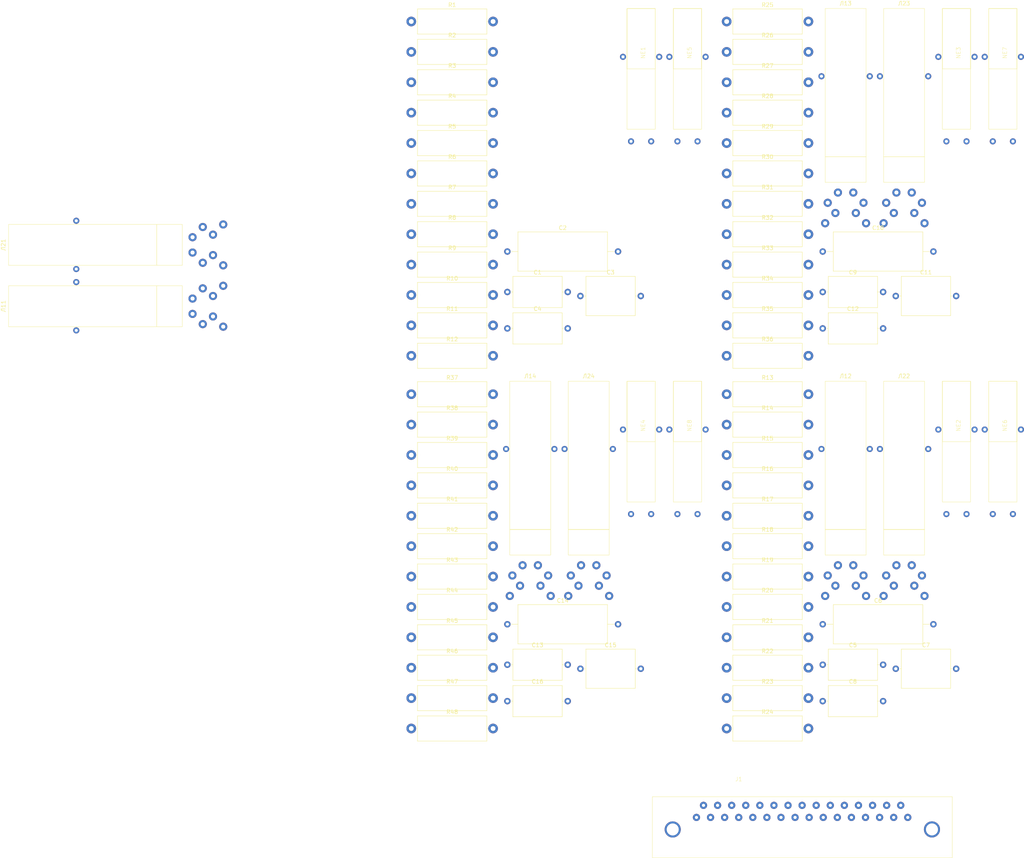
<source format=kicad_pcb>
(kicad_pcb (version 20221018) (generator pcbnew)
  (layers (0 "F.Cu" signal) (31 "B.Cu" signal) (34 "B.Paste" user) (35 "F.Paste" user) (36 "B.SilkS" user "B.Silkscreen") (37 "F.SilkS" user "F.Silkscreen") (38 "B.Mask" user) (39 "F.Mask" user) (44 "Edge.Cuts" user))
  (net 0 "")
  (net 1 "Net-(Л11B-A)")
  (net 2 "Net-(Л21A-G)")
  (net 3 "Net-(Л21A-K)")
  (net 4 "/K2-WJ/GND")
  (net 5 "Net-(Л21A-A)")
  (net 6 "Net-(Л21B-G)")
  (net 7 "Net-(C4-Pad1)")
  (net 8 "/K2-WJ/OUT")
  (net 9 "Net-(Л12B-A)")
  (net 10 "Net-(Л22A-G)")
  (net 11 "Net-(Л22A-K)")
  (net 12 "Net-(Л22A-A)")
  (net 13 "Net-(Л22B-G)")
  (net 14 "Net-(C8-Pad1)")
  (net 15 "/K2-WJ1/OUT")
  (net 16 "Net-(Л13B-A)")
  (net 17 "Net-(Л23A-G)")
  (net 18 "Net-(Л23A-K)")
  (net 19 "Net-(Л23A-A)")
  (net 20 "Net-(Л23B-G)")
  (net 21 "Net-(C12-Pad1)")
  (net 22 "/K2-WJ2/OUT")
  (net 23 "Net-(Л14B-A)")
  (net 24 "Net-(Л24A-G)")
  (net 25 "Net-(Л24A-K)")
  (net 26 "Net-(Л24A-A)")
  (net 27 "Net-(Л24B-G)")
  (net 28 "Net-(C16-Pad1)")
  (net 29 "/K2-WJ3/OUT")
  (net 30 "/K2-WJ/F2")
  (net 31 "/K2-WJ/+300V")
  (net 32 "/K2-WJ/NEG_IN")
  (net 33 "/K2-WJ/POS_IN")
  (net 34 "/K2-WJ1/NEG_IN")
  (net 35 "/K2-WJ1/POS_IN")
  (net 43 "/K2-WJ3/NEG_IN")
  (net 44 "/K2-WJ3/POS_IN")
  (net 45 "/K2-WJ2/NEG_IN")
  (net 46 "/K2-WJ2/POS_IN")
  (net 47 "/K2-WJ/-300V")
  (net 48 "/K2-WJ/F1")
  (net 49 "Net-(NE1-Pad1)")
  (net 50 "Net-(NE1-Pad2)")
  (net 51 "Net-(NE2-Pad1)")
  (net 52 "Net-(NE2-Pad2)")
  (net 53 "Net-(NE3-Pad1)")
  (net 54 "Net-(NE3-Pad2)")
  (net 55 "Net-(NE4-Pad1)")
  (net 56 "Net-(NE4-Pad2)")
  (net 57 "Net-(Л11A-K)")
  (net 58 "Net-(Л12A-K)")
  (net 59 "Net-(Л13A-K)")
  (net 60 "Net-(Л14A-K)")
  (footprint "valves:6N16B" (layer "F.Cu") (at 142.717 149.445)
    (fp_text reference "Л12" (at 0 -38.1) (layer "F.SilkS"))
    (fp_text value "6Н16Б")
    (pad "1" thru_hole circle (at 2.54 13.97) (size 2.03 2.03) (drill 1.02) (layers "*.Cu" "*.Mask") (net 31 "/K2-WJ/+300V"))
    (pad "2" thru_hole circle (at 1.905 8.89) (size 2.03 2.03) (drill 1.02) (layers "*.Cu" "*.Mask") (net 58 "Net-(Л12A-K)"))
    (pad "3" thru_hole circle (at 4.445 11.43) (size 2.03 2.03) (drill 1.02) (layers "*.Cu" "*.Mask") (net 34 "/K2-WJ1/NEG_IN"))
    (pad "4" thru_hole circle (at 5.08 16.51) (size 2.03 2.03) (drill 1.02) (layers "*.Cu" "*.Mask") (net 30 "/K2-WJ/F2"))
    (pad "5" thru_hole circle (at -2.54 13.97) (size 2.03 2.03) (drill 1.02) (layers "*.Cu" "*.Mask") (net 9 "Net-(Л12B-A)"))
    (pad "6" thru_hole circle (at -1.905 8.89) (size 2.03 2.03) (drill 1.02) (layers "*.Cu" "*.Mask") (net 58 "Net-(Л12A-K)"))
    (pad "7" thru_hole circle (at -4.445 11.43) (size 2.03 2.03) (drill 1.02) (layers "*.Cu" "*.Mask") (net 35 "/K2-WJ1/POS_IN"))
    (pad "8" thru_hole circle (at -5.08 16.51) (size 2.03 2.03) (drill 1.02) (layers "*.Cu" "*.Mask") (net 48 "/K2-WJ/F1"))
    (pad "9" thru_hole circle (at -6 -20) (size 1.524 1.524) (drill 0.762) (layers "*.Cu" "*.Mask"))
    (pad "10" thru_hole circle (at 6 -20) (size 1.524 1.524) (drill 0.762) (layers "*.Cu" "*.Mask"))
  )
  (footprint "Capacitor_THT:C_Axial_L12.0mm_D7.5mm_P15.00mm_Horizontal" (layer "F.Cu") (at 137.03 183.04)
    (fp_text reference "C5" (at 7.5 -4.87) (layer "F.SilkS"))
    (fp_text value "5pF")
    (pad "1" thru_hole circle (at 0 0) (size 1.6 1.6) (drill 0.8) (layers "*.Cu" "*.Mask") (net 9 "Net-(Л12B-A)"))
    (pad "2" thru_hole oval (at 15 0) (size 1.6 1.6) (drill 0.8) (layers "*.Cu" "*.Mask") (net 10 "Net-(Л22A-G)"))
  )
  (footprint "valves:6N16B" (layer "F.Cu") (at 157.241 56.845)
    (fp_text reference "Л23" (at 0 -38.1) (layer "F.SilkS"))
    (fp_text value "6Н16Б")
    (pad "1" thru_hole circle (at 2.54 13.97) (size 2.03 2.03) (drill 1.02) (layers "*.Cu" "*.Mask") (net 19 "Net-(Л23A-A)"))
    (pad "2" thru_hole circle (at 1.905 8.89) (size 2.03 2.03) (drill 1.02) (layers "*.Cu" "*.Mask") (net 22 "/K2-WJ2/OUT"))
    (pad "3" thru_hole circle (at 4.445 11.43) (size 2.03 2.03) (drill 1.02) (layers "*.Cu" "*.Mask") (net 20 "Net-(Л23B-G)"))
    (pad "4" thru_hole circle (at 5.08 16.51) (size 2.03 2.03) (drill 1.02) (layers "*.Cu" "*.Mask") (net 30 "/K2-WJ/F2"))
    (pad "5" thru_hole circle (at -2.54 13.97) (size 2.03 2.03) (drill 1.02) (layers "*.Cu" "*.Mask") (net 31 "/K2-WJ/+300V"))
    (pad "6" thru_hole circle (at -1.905 8.89) (size 2.03 2.03) (drill 1.02) (layers "*.Cu" "*.Mask") (net 18 "Net-(Л23A-K)"))
    (pad "7" thru_hole circle (at -4.445 11.43) (size 2.03 2.03) (drill 1.02) (layers "*.Cu" "*.Mask") (net 17 "Net-(Л23A-G)"))
    (pad "8" thru_hole circle (at -5.08 16.51) (size 2.03 2.03) (drill 1.02) (layers "*.Cu" "*.Mask") (net 48 "/K2-WJ/F1"))
    (pad "9" thru_hole circle (at -6 -20) (size 1.524 1.524) (drill 0.762) (layers "*.Cu" "*.Mask"))
    (pad "10" thru_hole circle (at 6 -20) (size 1.524 1.524) (drill 0.762) (layers "*.Cu" "*.Mask"))
  )
  (footprint "Resistor_THT:R_Axial_DIN0617_L17.0mm_D6.0mm_P20.32mm_Horizontal" (layer "F.Cu") (at 113.16 183.79)
    (fp_text reference "R22" (at 10.16 -4.12) (layer "F.SilkS"))
    (fp_text value "200k")
    (pad "1" thru_hole circle (at 0 0) (size 2.4 2.4) (drill 1.2) (layers "*.Cu" "*.Mask") (net 11 "Net-(Л22A-K)"))
    (pad "2" thru_hole oval (at 20.32 0) (size 2.4 2.4) (drill 1.2) (layers "*.Cu" "*.Mask") (net 15 "/K2-WJ1/OUT"))
  )
  (footprint "valves:6N16B" (layer "F.Cu") (at 157.241 149.445)
    (fp_text reference "Л22" (at 0 -38.1) (layer "F.SilkS"))
    (fp_text value "6Н16Б")
    (pad "1" thru_hole circle (at 2.54 13.97) (size 2.03 2.03) (drill 1.02) (layers "*.Cu" "*.Mask") (net 12 "Net-(Л22A-A)"))
    (pad "2" thru_hole circle (at 1.905 8.89) (size 2.03 2.03) (drill 1.02) (layers "*.Cu" "*.Mask") (net 15 "/K2-WJ1/OUT"))
    (pad "3" thru_hole circle (at 4.445 11.43) (size 2.03 2.03) (drill 1.02) (layers "*.Cu" "*.Mask") (net 13 "Net-(Л22B-G)"))
    (pad "4" thru_hole circle (at 5.08 16.51) (size 2.03 2.03) (drill 1.02) (layers "*.Cu" "*.Mask") (net 30 "/K2-WJ/F2"))
    (pad "5" thru_hole circle (at -2.54 13.97) (size 2.03 2.03) (drill 1.02) (layers "*.Cu" "*.Mask") (net 31 "/K2-WJ/+300V"))
    (pad "6" thru_hole circle (at -1.905 8.89) (size 2.03 2.03) (drill 1.02) (layers "*.Cu" "*.Mask") (net 11 "Net-(Л22A-K)"))
    (pad "7" thru_hole circle (at -4.445 11.43) (size 2.03 2.03) (drill 1.02) (layers "*.Cu" "*.Mask") (net 10 "Net-(Л22A-G)"))
    (pad "8" thru_hole circle (at -5.08 16.51) (size 2.03 2.03) (drill 1.02) (layers "*.Cu" "*.Mask") (net 48 "/K2-WJ/F1"))
    (pad "9" thru_hole circle (at -6 -20) (size 1.524 1.524) (drill 0.762) (layers "*.Cu" "*.Mask"))
    (pad "10" thru_hole circle (at 6 -20) (size 1.524 1.524) (drill 0.762) (layers "*.Cu" "*.Mask"))
  )
  (footprint "valves:ИНС-1" (layer "F.Cu") (at 169.757 144.615)
    (fp_text reference "NE2" (at 1 -21 90 unlocked) (layer "F.SilkS") (effects (font (thickness 0.1))))
    (fp_text value "ИНС-1")
    (pad "1" thru_hole circle (at 3 1) (size 1.524 1.524) (drill 0.762) (layers "*.Cu" "*.Mask") (net 51 "Net-(NE2-Pad1)"))
    (pad "2" thru_hole circle (at -2 1) (size 1.524 1.524) (drill 0.762) (layers "*.Cu" "*.Mask") (net 52 "Net-(NE2-Pad2)"))
    (pad "3" thru_hole circle (at -4 -20) (size 1.524 1.524) (drill 0.762) (layers "*.Cu" "*.Mask"))
    (pad "4" thru_hole circle (at 5 -20) (size 1.524 1.524) (drill 0.762) (layers "*.Cu" "*.Mask"))
  )
  (footprint "Resistor_THT:R_Axial_DIN0617_L17.0mm_D6.0mm_P20.32mm_Horizontal" (layer "F.Cu") (at 113.16 38.34)
    (fp_text reference "R27" (at 10.16 -4.12) (layer "F.SilkS"))
    (fp_text value "1M")
    (pad "1" thru_hole circle (at 0 0) (size 2.4 2.4) (drill 1.2) (layers "*.Cu" "*.Mask") (net 16 "Net-(Л13B-A)"))
    (pad "2" thru_hole oval (at 20.32 0) (size 2.4 2.4) (drill 1.2) (layers "*.Cu" "*.Mask") (net 17 "Net-(Л23A-G)"))
  )
  (footprint "valves:ИНС-1" (layer "F.Cu") (at 102.931 144.615)
    (fp_text reference "NE8" (at 1 -21 90 unlocked) (layer "F.SilkS") (effects (font (thickness 0.1))))
    (fp_text value "ИНС-1")
    (pad "1" thru_hole circle (at 3 1) (size 1.524 1.524) (drill 0.762) (layers "*.Cu" "*.Mask") (net 26 "Net-(Л24A-A)"))
    (pad "2" thru_hole circle (at -2 1) (size 1.524 1.524) (drill 0.762) (layers "*.Cu" "*.Mask") (net 56 "Net-(NE4-Pad2)"))
    (pad "3" thru_hole circle (at -4 -20) (size 1.524 1.524) (drill 0.762) (layers "*.Cu" "*.Mask"))
    (pad "4" thru_hole circle (at 5 -20) (size 1.524 1.524) (drill 0.762) (layers "*.Cu" "*.Mask"))
  )
  (footprint "Resistor_THT:R_Axial_DIN0617_L17.0mm_D6.0mm_P20.32mm_Horizontal" (layer "F.Cu") (at 34.81 30.79)
    (fp_text reference "R2" (at 10.16 -4.12) (layer "F.SilkS"))
    (fp_text value "470k")
    (pad "1" thru_hole circle (at 0 0) (size 2.4 2.4) (drill 1.2) (layers "*.Cu" "*.Mask") (net 31 "/K2-WJ/+300V"))
    (pad "2" thru_hole oval (at 20.32 0) (size 2.4 2.4) (drill 1.2) (layers "*.Cu" "*.Mask") (net 1 "Net-(Л11B-A)"))
  )
  (footprint "Resistor_THT:R_Axial_DIN0617_L17.0mm_D6.0mm_P20.32mm_Horizontal" (layer "F.Cu") (at 113.16 176.24)
    (fp_text reference "R21" (at 10.16 -4.12) (layer "F.SilkS"))
    (fp_text value "1M")
    (pad "1" thru_hole circle (at 0 0) (size 2.4 2.4) (drill 1.2) (layers "*.Cu" "*.Mask") (net 51 "Net-(NE2-Pad1)"))
    (pad "2" thru_hole oval (at 20.32 0) (size 2.4 2.4) (drill 1.2) (layers "*.Cu" "*.Mask") (net 13 "Net-(Л22B-G)"))
  )
  (footprint "valves:ИНС-1" (layer "F.Cu") (at 91.407 144.615)
    (fp_text reference "NE4" (at 1 -21 90 unlocked) (layer "F.SilkS") (effects (font (thickness 0.1))))
    (fp_text value "ИНС-1")
    (pad "1" thru_hole circle (at 3 1) (size 1.524 1.524) (drill 0.762) (layers "*.Cu" "*.Mask") (net 55 "Net-(NE4-Pad1)"))
    (pad "2" thru_hole circle (at -2 1) (size 1.524 1.524) (drill 0.762) (layers "*.Cu" "*.Mask") (net 56 "Net-(NE4-Pad2)"))
    (pad "3" thru_hole circle (at -4 -20) (size 1.524 1.524) (drill 0.762) (layers "*.Cu" "*.Mask"))
    (pad "4" thru_hole circle (at 5 -20) (size 1.524 1.524) (drill 0.762) (layers "*.Cu" "*.Mask"))
  )
  (footprint "Resistor_THT:R_Axial_DIN0617_L17.0mm_D6.0mm_P20.32mm_Horizontal" (layer "F.Cu") (at 34.81 130.94)
    (fp_text reference "R39" (at 10.16 -4.12) (layer "F.SilkS"))
    (fp_text value "1M")
    (pad "1" thru_hole circle (at 0 0) (size 2.4 2.4) (drill 1.2) (layers "*.Cu" "*.Mask") (net 23 "Net-(Л14B-A)"))
    (pad "2" thru_hole oval (at 20.32 0) (size 2.4 2.4) (drill 1.2) (layers "*.Cu" "*.Mask") (net 24 "Net-(Л24A-G)"))
  )
  (footprint "Resistor_THT:R_Axial_DIN0617_L17.0mm_D6.0mm_P20.32mm_Horizontal" (layer "F.Cu") (at 113.16 106.29)
    (fp_text reference "R36" (at 10.16 -4.12) (layer "F.SilkS"))
    (fp_text value "220k")
    (pad "1" thru_hole circle (at 0 0) (size 2.4 2.4) (drill 1.2) (layers "*.Cu" "*.Mask") (net 22 "/K2-WJ2/OUT"))
    (pad "2" thru_hole oval (at 20.32 0) (size 2.4 2.4) (drill 1.2) (layers "*.Cu" "*.Mask") (net 47 "/K2-WJ/-300V"))
  )
  (footprint "Resistor_THT:R_Axial_DIN0617_L17.0mm_D6.0mm_P20.32mm_Horizontal" (layer "F.Cu") (at 34.81 60.99)
    (fp_text reference "R6" (at 10.16 -4.12) (layer "F.SilkS"))
    (fp_text value "470k")
    (pad "1" thru_hole circle (at 0 0) (size 2.4 2.4) (drill 1.2) (layers "*.Cu" "*.Mask") (net 31 "/K2-WJ/+300V"))
    (pad "2" thru_hole oval (at 20.32 0) (size 2.4 2.4) (drill 1.2) (layers "*.Cu" "*.Mask") (net 5 "Net-(Л21A-A)"))
  )
  (footprint "Resistor_THT:R_Axial_DIN0617_L17.0mm_D6.0mm_P20.32mm_Horizontal" (layer "F.Cu") (at 34.81 23.24)
    (fp_text reference "R1" (at 10.16 -4.12) (layer "F.SilkS"))
    (fp_text value "470k")
    (pad "1" thru_hole circle (at 0 0) (size 2.4 2.4) (drill 1.2) (layers "*.Cu" "*.Mask") (net 57 "Net-(Л11A-K)"))
    (pad "2" thru_hole oval (at 20.32 0) (size 2.4 2.4) (drill 1.2) (layers "*.Cu" "*.Mask") (net 47 "/K2-WJ/-300V"))
  )
  (footprint "Capacitor_THT:C_Axial_L22.0mm_D9.5mm_P27.50mm_Horizontal" (layer "F.Cu") (at 137.03 80.39)
    (fp_text reference "C10" (at 13.75 -5.87) (layer "F.SilkS"))
    (fp_text value "500pF")
    (pad "1" thru_hole circle (at 0 0) (size 1.6 1.6) (drill 0.8) (layers "*.Cu" "*.Mask") (net 18 "Net-(Л23A-K)"))
    (pad "2" thru_hole oval (at 27.5 0) (size 1.6 1.6) (drill 0.8) (layers "*.Cu" "*.Mask") (net 4 "/K2-WJ/GND"))
  )
  (footprint "Capacitor_THT:C_Axial_L12.0mm_D7.5mm_P15.00mm_Horizontal" (layer "F.Cu") (at 58.68 192.09)
    (fp_text reference "C16" (at 7.5 -4.87) (layer "F.SilkS"))
    (fp_text value "10pF")
    (pad "1" thru_hole circle (at 0 0) (size 1.6 1.6) (drill 0.8) (layers "*.Cu" "*.Mask") (net 28 "Net-(C16-Pad1)"))
    (pad "2" thru_hole oval (at 15 0) (size 1.6 1.6) (drill 0.8) (layers "*.Cu" "*.Mask") (net 29 "/K2-WJ3/OUT"))
  )
  (footprint "Resistor_THT:R_Axial_DIN0617_L17.0mm_D6.0mm_P20.32mm_Horizontal" (layer "F.Cu") (at 113.16 168.69)
    (fp_text reference "R20" (at 10.16 -4.12) (layer "F.SilkS"))
    (fp_text value "2.2M")
    (pad "1" thru_hole circle (at 0 0) (size 2.4 2.4) (drill 1.2) (layers "*.Cu" "*.Mask") (net 51 "Net-(NE2-Pad1)"))
    (pad "2" thru_hole oval (at 20.32 0) (size 2.4 2.4) (drill 1.2) (layers "*.Cu" "*.Mask") (net 47 "/K2-WJ/-300V"))
  )
  (footprint "Resistor_THT:R_Axial_DIN0617_L17.0mm_D6.0mm_P20.32mm_Horizontal" (layer "F.Cu") (at 113.16 115.84)
    (fp_text reference "R13" (at 10.16 -4.12) (layer "F.SilkS"))
    (fp_text value "470k")
    (pad "1" thru_hole circle (at 0 0) (size 2.4 2.4) (drill 1.2) (layers "*.Cu" "*.Mask") (net 58 "Net-(Л12A-K)"))
    (pad "2" thru_hole oval (at 20.32 0) (size 2.4 2.4) (drill 1.2) (layers "*.Cu" "*.Mask") (net 47 "/K2-WJ/-300V"))
  )
  (footprint "Resistor_THT:R_Axial_DIN0617_L17.0mm_D6.0mm_P20.32mm_Horizontal" (layer "F.Cu") (at 34.81 168.69)
    (fp_text reference "R44" (at 10.16 -4.12) (layer "F.SilkS"))
    (fp_text value "2.2M")
    (pad "1" thru_hole circle (at 0 0) (size 2.4 2.4) (drill 1.2) (layers "*.Cu" "*.Mask") (net 55 "Net-(NE4-Pad1)"))
    (pad "2" thru_hole oval (at 20.32 0) (size 2.4 2.4) (drill 1.2) (layers "*.Cu" "*.Mask") (net 47 "/K2-WJ/-300V"))
  )
  (footprint "Resistor_THT:R_Axial_DIN0617_L17.0mm_D6.0mm_P20.32mm_Horizontal" (layer "F.Cu") (at 34.81 146.04)
    (fp_text reference "R41" (at 10.16 -4.12) (layer "F.SilkS"))
    (fp_text value "10k")
    (pad "1" thru_hole circle (at 0 0) (size 2.4 2.4) (drill 1.2) (layers "*.Cu" "*.Mask") (net 25 "Net-(Л24A-K)"))
    (pad "2" thru_hole oval (at 20.32 0) (size 2.4 2.4) (drill 1.2) (layers "*.Cu" "*.Mask") (net 4 "/K2-WJ/GND"))
  )
  (footprint "valves:6N16B" (layer "F.Cu") (at 142.717 56.845)
    (fp_text reference "Л13" (at 0 -38.1) (layer "F.SilkS"))
    (fp_text value "6Н16Б")
    (pad "1" thru_hole circle (at 2.54 13.97) (size 2.03 2.03) (drill 1.02) (layers "*.Cu" "*.Mask") (net 31 "/K2-WJ/+300V"))
    (pad "2" thru_hole circle (at 1.905 8.89) (size 2.03 2.03) (drill 1.02) (layers "*.Cu" "*.Mask") (net 59 "Net-(Л13A-K)"))
    (pad "3" thru_hole circle (at 4.445 11.43) (size 2.03 2.03) (drill 1.02) (layers "*.Cu" "*.Mask") (net 45 "/K2-WJ2/NEG_IN"))
    (pad "4" thru_hole circle (at 5.08 16.51) (size 2.03 2.03) (drill 1.02) (layers "*.Cu" "*.Mask") (net 30 "/K2-WJ/F2"))
    (pad "5" thru_hole circle (at -2.54 13.97) (size 2.03 2.03) (drill 1.02) (layers "*.Cu" "*.Mask") (net 16 "Net-(Л13B-A)"))
    (pad "6" thru_hole circle (at -1.905 8.89) (size 2.03 2.03) (drill 1.02) (layers "*.Cu" "*.Mask") (net 59 "Net-(Л13A-K)"))
    (pad "7" thru_hole circle (at -4.445 11.43) (size 2.03 2.03) (drill 1.02) (layers "*.Cu" "*.Mask") (net 46 "/K2-WJ2/POS_IN"))
    (pad "8" thru_hole circle (at -5.08 16.51) (size 2.03 2.03) (drill 1.02) (layers "*.Cu" "*.Mask") (net 48 "/K2-WJ/F1"))
    (pad "9" thru_hole circle (at -6 -20) (size 1.524 1.524) (drill 0.762) (layers "*.Cu" "*.Mask"))
    (pad "10" thru_hole circle (at 6 -20) (size 1.524 1.524) (drill 0.762) (layers "*.Cu" "*.Mask"))
  )
  (footprint "Resistor_THT:R_Axial_DIN0617_L17.0mm_D6.0mm_P20.32mm_Horizontal" (layer "F.Cu") (at 113.16 23.24)
    (fp_text reference "R25" (at 10.16 -4.12) (layer "F.SilkS"))
    (fp_text value "470k")
    (pad "1" thru_hole circle (at 0 0) (size 2.4 2.4) (drill 1.2) (layers "*.Cu" "*.Mask") (net 59 "Net-(Л13A-K)"))
    (pad "2" thru_hole oval (at 20.32 0) (size 2.4 2.4) (drill 1.2) (layers "*.Cu" "*.Mask") (net 47 "/K2-WJ/-300V"))
  )
  (footprint "Resistor_THT:R_Axial_DIN0617_L17.0mm_D6.0mm_P20.32mm_Horizontal" (layer "F.Cu") (at 34.81 138.49)
    (fp_text reference "R40" (at 10.16 -4.12) (layer "F.SilkS"))
    (fp_text value "2.4M")
    (pad "1" thru_hole circle (at 0 0) (size 2.4 2.4) (drill 1.2) (layers "*.Cu" "*.Mask") (net 24 "Net-(Л24A-G)"))
    (pad "2" thru_hole oval (at 20.32 0) (size 2.4 2.4) (drill 1.2) (layers "*.Cu" "*.Mask") (net 47 "/K2-WJ/-300V"))
  )
  (footprint "Capacitor_THT:C_Axial_L12.0mm_D7.5mm_P15.00mm_Horizontal" (layer "F.Cu") (at 58.68 183.04)
    (fp_text reference "C13" (at 7.5 -4.87) (layer "F.SilkS"))
    (fp_text value "5pF")
    (pad "1" thru_hole circle (at 0 0) (size 1.6 1.6) (drill 0.8) (layers "*.Cu" "*.Mask") (net 23 "Net-(Л14B-A)"))
    (pad "2" thru_hole oval (at 15 0) (size 1.6 1.6) (drill 0.8) (layers "*.Cu" "*.Mask") (net 24 "Net-(Л24A-G)"))
  )
  (footprint "Resistor_THT:R_Axial_DIN0617_L17.0mm_D6.0mm_P20.32mm_Horizontal" (layer "F.Cu") (at 34.81 153.59)
    (fp_text reference "R42" (at 10.16 -4.12) (layer "F.SilkS"))
    (fp_text value "470k")
    (pad "1" thru_hole circle (at 0 0) (size 2.4 2.4) (drill 1.2) (layers "*.Cu" "*.Mask") (net 31 "/K2-WJ/+300V"))
    (pad "2" thru_hole oval (at 20.32 0) (size 2.4 2.4) (drill 1.2) (layers "*.Cu" "*.Mask") (net 26 "Net-(Л24A-A)"))
  )
  (footprint "Resistor_THT:R_Axial_DIN0617_L17.0mm_D6.0mm_P20.32mm_Horizontal" (layer "F.Cu") (at 113.16 91.19)
    (fp_text reference "R34" (at 10.16 -4.12) (layer "F.SilkS"))
    (fp_text value "200k")
    (pad "1" thru_hole circle (at 0 0) (size 2.4 2.4) (drill 1.2) (layers "*.Cu" "*.Mask") (net 18 "Net-(Л23A-K)"))
    (pad "2" thru_hole oval (at 20.32 0) (size 2.4 2.4) (drill 1.2) (layers "*.Cu" "*.Mask") (net 22 "/K2-WJ2/OUT"))
  )
  (footprint "Resistor_THT:R_Axial_DIN0617_L17.0mm_D6.0mm_P20.32mm_Horizontal" (layer "F.Cu") (at 113.16 153.59)
    (fp_text reference "R18" (at 10.16 -4.12) (layer "F.SilkS"))
    (fp_text value "470k")
    (pad "1" thru_hole circle (at 0 0) (size 2.4 2.4) (drill 1.2) (layers "*.Cu" "*.Mask") (net 31 "/K2-WJ/+300V"))
    (pad "2" thru_hole oval (at 20.32 0) (size 2.4 2.4) (drill 1.2) (layers "*.Cu" "*.Mask") (net 12 "Net-(Л22A-A)"))
  )
  (footprint "Resistor_THT:R_Axial_DIN0617_L17.0mm_D6.0mm_P20.32mm_Horizontal" (layer "F.Cu") (at 113.16 130.94)
    (fp_text reference "R15" (at 10.16 -4.12) (layer "F.SilkS"))
    (fp_text value "1M")
    (pad "1" thru_hole circle (at 0 0) (size 2.4 2.4) (drill 1.2) (layers "*.Cu" "*.Mask") (net 9 "Net-(Л12B-A)"))
    (pad "2" thru_hole oval (at 20.32 0) (size 2.4 2.4) (drill 1.2) (layers "*.Cu" "*.Mask") (net 10 "Net-(Л22A-G)"))
  )
  (footprint "Resistor_THT:R_Axial_DIN0617_L17.0mm_D6.0mm_P20.32mm_Horizontal" (layer "F.Cu") (at 34.81 53.44)
    (fp_text reference "R5" (at 10.16 -4.12) (layer "F.SilkS"))
    (fp_text value "10k")
    (pad "1" thru_hole circle (at 0 0) (size 2.4 2.4) (drill 1.2) (layers "*.Cu" "*.Mask") (net 3 "Net-(Л21A-K)"))
    (pad "2" thru_hole oval (at 20.32 0) (size 2.4 2.4) (drill 1.2) (layers "*.Cu" "*.Mask") (net 4 "/K2-WJ/GND"))
  )
  (footprint "Capacitor_THT:C_Axial_L12.0mm_D9.5mm_P15.00mm_Horizontal" (layer "F.Cu") (at 76.83 91.44)
    (fp_text reference "C3" (at 7.5 -5.87) (layer "F.SilkS"))
    (fp_text value "0.01uF 400V")
    (pad "1" thru_hole circle (at 0 0) (size 1.6 1.6) (drill 0.8) (layers "*.Cu" "*.Mask") (net 5 "Net-(Л21A-A)"))
    (pad "2" thru_hole oval (at 15 0) (size 1.6 1.6) (drill 0.8) (layers "*.Cu" "*.Mask") (net 6 "Net-(Л21B-G)"))
  )
  (footprint "Resistor_THT:R_Axial_DIN0617_L17.0mm_D6.0mm_P20.32mm_Horizontal" (layer "F.Cu") (at 113.16 60.99)
    (fp_text reference "R30" (at 10.16 -4.12) (layer "F.SilkS"))
    (fp_text value "470k")
    (pad "1" thru_hole circle (at 0 0) (size 2.4 2.4) (drill 1.2) (layers "*.Cu" "*.Mask") (net 31 "/K2-WJ/+300V"))
    (pad "2" thru_hole oval (at 20.32 0) (size 2.4 2.4) (drill 1.2) (layers "*.Cu" "*.Mask") (net 19 "Net-(Л23A-A)"))
  )
  (footprint "Resistor_THT:R_Axial_DIN0617_L17.0mm_D6.0mm_P20.32mm_Horizontal" (layer "F.Cu") (at 34.81 198.89)
    (fp_text reference "R48" (at 10.16 -4.12) (layer "F.SilkS"))
    (fp_text value "220k")
    (pad "1" thru_hole circle (at 0 0) (size 2.4 2.4) (drill 1.2) (layers "*.Cu" "*.Mask") (net 29 "/K2-WJ3/OUT"))
    (pad "2" thru_hole oval (at 20.32 0) (size 2.4 2.4) (drill 1.2) (layers "*.Cu" "*.Mask") (net 47 "/K2-WJ/-300V"))
  )
  (footprint "Resistor_THT:R_Axial_DIN0617_L17.0mm_D6.0mm_P20.32mm_Horizontal" (layer "F.Cu") (at 113.16 83.64)
    (fp_text reference "R33" (at 10.16 -4.12) (layer "F.SilkS"))
    (fp_text value "1M")
    (pad "1" thru_hole circle (at 0 0) (size 2.4 2.4) (drill 1.2) (layers "*.Cu" "*.Mask") (net 53 "Net-(NE3-Pad1)"))
    (pad "2" thru_hole oval (at 20.32 0) (size 2.4 2.4) (drill 1.2) (layers "*.Cu" "*.Mask") (net 20 "Net-(Л23B-G)"))
  )
  (footprint "Capacitor_THT:C_Axial_L12.0mm_D9.5mm_P15.00mm_Horizontal" (layer "F.Cu") (at 76.83 184.04)
    (fp_text reference "C15" (at 7.5 -5.87) (layer "F.SilkS"))
    (fp_text value "0.01uF 400V")
    (pad "1" thru_hole circle (at 0 0) (size 1.6 1.6) (drill 0.8) (layers "*.Cu" "*.Mask") (net 26 "Net-(Л24A-A)"))
    (pad "2" thru_hole oval (at 15 0) (size 1.6 1.6) (drill 0.8) (layers "*.Cu" "*.Mask") (net 27 "Net-(Л24B-G)"))
  )
  (footprint "Resistor_THT:R_Axial_DIN0617_L17.0mm_D6.0mm_P20.32mm_Horizontal" (layer "F.Cu") (at 113.16 198.89)
    (fp_text reference "R24" (at 10.16 -4.12) (layer "F.SilkS"))
    (fp_text value "220k")
    (pad "1" thru_hole circle (at 0 0) (size 2.4 2.4) (drill 1.2) (layers "*.Cu" "*.Mask") (net 15 "/K2-WJ1/OUT"))
    (pad "2" thru_hole oval (at 20.32 0) (size 2.4 2.4) (drill 1.2) (layers "*.Cu" "*.Mask") (net 47 "/K2-WJ/-300V"))
  )
  (footprint "Capacitor_THT:C_Axial_L12.0mm_D7.5mm_P15.00mm_Horizontal" (layer "F.Cu") (at 58.68 90.44)
    (fp_text reference "C1" (at 7.5 -4.87) (layer "F.SilkS"))
    (fp_text value "5pF")
    (pad "1" thru_hole circle (at 0 0) (size 1.6 1.6) (drill 0.8) (layers "*.Cu" "*.Mask") (net 1 "Net-(Л11B-A)"))
    (pad "2" thru_hole oval (at 15 0) (size 1.6 1.6) (drill 0.8) (layers "*.Cu" "*.Mask") (net 2 "Net-(Л21A-G)"))
  )
  (footprint "Resistor_THT:R_Axial_DIN0617_L17.0mm_D6.0mm_P20.32mm_Horizontal" (layer "F.Cu") (at 34.81 98.74)
    (fp_text reference "R11" (at 10.16 -4.12) (layer "F.SilkS"))
    (fp_text value "270k")
    (pad "1" thru_hole circle (at 0 0) (size 2.4 2.4) (drill 1.2) (layers "*.Cu" "*.Mask") (net 8 "/K2-WJ/OUT"))
    (pad "2" thru_hole oval (at 20.32 0) (size 2.4 2.4) (drill 1.2) (layers "*.Cu" "*.Mask") (net 47 "/K2-WJ/-300V"))
  )
  (footprint "Capacitor_THT:C_Axial_L22.0mm_D9.5mm_P27.50mm_Horizontal" (layer "F.Cu") (at 58.68 80.39)
    (fp_text reference "C2" (at 13.75 -5.87) (layer "F.SilkS"))
    (fp_text value "500pF")
    (pad "1" thru_hole circle (at 0 0) (size 1.6 1.6) (drill 0.8) (layers "*.Cu" "*.Mask") (net 3 "Net-(Л21A-K)"))
    (pad "2" thru_hole oval (at 27.5 0) (size 1.6 1.6) (drill 0.8) (layers "*.Cu" "*.Mask") (net 4 "/K2-WJ/GND"))
  )
  (footprint "Capacitor_THT:C_Axial_L12.0mm_D7.5mm_P15.00mm_Horizontal" (layer "F.Cu") (at 137.03 192.09)
    (fp_text reference "C8" (at 7.5 -4.87) (layer "F.SilkS"))
    (fp_text value "10pF")
    (pad "1" thru_hole circle (at 0 0) (size 1.6 1.6) (drill 0.8) (layers "*.Cu" "*.Mask") (net 14 "Net-(C8-Pad1)"))
    (pad "2" thru_hole oval (at 15 0) (size 1.6 1.6) (drill 0.8) (layers "*.Cu" "*.Mask") (net 15 "/K2-WJ1/OUT"))
  )
  (footprint "valves:6N16B" (layer "F.Cu") (at 64.367 149.445)
    (fp_text reference "Л14" (at 0 -38.1) (layer "F.SilkS"))
    (fp_text value "6Н16Б")
    (pad "1" thru_hole circle (at 2.54 13.97) (size 2.03 2.03) (drill 1.02) (layers "*.Cu" "*.Mask") (net 31 "/K2-WJ/+300V"))
    (pad "2" thru_hole circle (at 1.905 8.89) (size 2.03 2.03) (drill 1.02) (layers "*.Cu" "*.Mask") (net 60 "Net-(Л14A-K)"))
    (pad "3" thru_hole circle (at 4.445 11.43) (size 2.03 2.03) (drill 1.02) (layers "*.Cu" "*.Mask") (net 43 "/K2-WJ3/NEG_IN"))
    (pad "4" thru_hole circle (at 5.08 16.51) (size 2.03 2.03) (drill 1.02) (layers "*.Cu" "*.Mask") (net 30 "/K2-WJ/F2"))
    (pad "5" thru_hole circle (at -2.54 13.97) (size 2.03 2.03) (drill 1.02) (layers "*.Cu" "*.Mask") (net 23 "Net-(Л14B-A)"))
    (pad "6" thru_hole circle (at -1.905 8.89) (size 2.03 2.03) (drill 1.02) (layers "*.Cu" "*.Mask") (net 60 "Net-(Л14A-K)"))
    (pad "7" thru_hole circle (at -4.445 11.43) (size 2.03 2.03) (drill 1.02) (layers "*.Cu" "*.Mask") (net 44 "/K2-WJ3/POS_IN"))
    (pad "8" thru_hole circle (at -5.08 16.51) (size 2.03 2.03) (drill 1.02) (layers "*.Cu" "*.Mask") (net 48 "/K2-WJ/F1"))
    (pad "9" thru_hole circle (at -6 -20) (size 1.524 1.524) (drill 0.762) (layers "*.Cu" "*.Mask"))
    (pad "10" thru_hole circle (at 6 -20) (size 1.524 1.524) (drill 0.762) (layers "*.Cu" "*.Mask"))
  )
  (footprint "Capacitor_THT:C_Axial_L12.0mm_D9.5mm_P15.00mm_Horizontal" (layer "F.Cu") (at 155.18 91.44)
    (fp_text reference "C11" (at 7.5 -5.87) (layer "F.SilkS"))
    (fp_text value "0.01uF 400V")
    (pad "1" thru_hole circle (at 0 0) (size 1.6 1.6) (drill 0.8) (layers "*.Cu" "*.Mask") (net 19 "Net-(Л23A-A)"))
    (pad "2" thru_hole oval (at 15 0) (size 1.6 1.6) (drill 0.8) (layers "*.Cu" "*.Mask") (net 20 "Net-(Л23B-G)"))
  )
  (footprint "Resistor_THT:R_Axial_DIN0617_L17.0mm_D6.0mm_P20.32mm_Horizontal" (layer "F.Cu") (at 113.16 161.14)
    (fp_text reference "R19" (at 10.16 -4.12) (layer "F.SilkS"))
    (fp_text value "10K")
    (pad "1" thru_hole circle (at 0 0) (size 2.4 2.4) (drill 1.2) (layers "*.Cu" "*.Mask") (net 10 "Net-(Л22A-G)"))
    (pad "2" thru_hole oval (at 20.32 0) (size 2.4 2.4) (drill 1.2) (layers "*.Cu" "*.Mask") (net 14 "Net-(C8-Pad1)"))
  )
  (footprint "Resistor_THT:R_Axial_DIN0617_L17.0mm_D6.0mm_P20.32mm_Horizontal" (layer "F.Cu") (at 34.81 83.64)
    (fp_text reference "R9" (at 10.16 -4.12) (layer "F.SilkS"))
    (fp_text value "1M")
    (pad "1" thru_hole circle (at 0 0) (size 2.4 2.4) (drill 1.2) (layers "*.Cu" "*.Mask") (net 49 "Net-(NE1-Pad1)"))
    (pad "2" thru_hole oval (at 20.32 0) (size 2.4 2.4) (drill 1.2) (layers "*.Cu" "*.Mask") (net 6 "Net-(Л21B-G)"))
  )
  (footprint "valves:6N16B" (layer "F.Cu") (at 78.891 149.445)
    (fp_text reference "Л24" (at 0 -38.1) (layer "F.SilkS"))
    (fp_text value "6Н16Б")
    (pad "1" thru_hole circle (at 2.54 13.97) (size 2.03 2.03) (drill 1.02) (layers "*.Cu" "*.Mask") (net 26 "Net-(Л24A-A)"))
    (pad "2" thru_hole circle (at 1.905 8.89) (size 2.03 2.03) (drill 1.02) (layers "*.Cu" "*.Mask") (net 29 "/K2-WJ3/OUT"))
    (pad "3" thru_hole circle (at 4.445 11.43) (size 2.03 2.03) (drill 1.02) (layers "*.Cu" "*.Mask") (net 27 "Net-(Л24B-G)"))
    (pad "4" thru_hole circle (at 5.08 16.51) (size 2.03 2.03) (drill 1.02) (layers "*.Cu" "*.Mask") (net 30 "/K2-WJ/F2"))
    (pad "5" thru_hole circle (at -2.54 13.97) (size 2.03 2.03) (drill 1.02) (layers "*.Cu" "*.Mask") (net 31 "/K2-WJ/+300V"))
    (pad "6" thru_hole circle (at -1.905 8.89) (size 2.03 2.03) (drill 1.02) (layers "*.Cu" "*.Mask") (net 25 "Net-(Л24A-K)"))
    (pad "7" thru_hole circle (at -4.445 11.43) (size 2.03 2.03) (drill 1.02) (layers "*.Cu" "*.Mask") (net 24 "Net-(Л24A-G)"))
    (pad "8" thru_hole circle (at -5.08 16.51) (size 2.03 2.03) (drill 1.02) (layers "*.Cu" "*.Mask") (net 48 "/K2-WJ/F1"))
    (pad "9" thru_hole circle (at -6 -20) (size 1.524 1.524) (drill 0.762) (layers "*.Cu" "*.Mask"))
    (pad "10" thru_hole circle (at 6 -20) (size 1.524 1.524) (drill 0.762) (layers "*.Cu" "*.Mask"))
  )
  (footprint "Resistor_THT:R_Axial_DIN0617_L17.0mm_D6.0mm_P20.32mm_Horizontal" (layer "F.Cu") (at 34.81 191.34)
    (fp_text reference "R47" (at 10.16 -4.12) (layer "F.SilkS"))
    (fp_text value "270k")
    (pad "1" thru_hole circle (at 0 0) (size 2.4 2.4) (drill 1.2) (layers "*.Cu" "*.Mask") (net 29 "/K2-WJ3/OUT"))
    (pad "2" thru_hole oval (at 20.32 0) (size 2.4 2.4) (drill 1.2) (layers "*.Cu" "*.Mask") (net 47 "/K2-WJ/-300V"))
  )
  (footprint "Capacitor_THT:C_Axial_L12.0mm_D7.5mm_P15.00mm_Horizontal" (layer "F.Cu") (at 137.03 90.44)
    (fp_text reference "C9" (at 7.5 -4.87) (layer "F.SilkS"))
    (fp_text value "5pF")
    (pad "1" thru_hole circle (at 0 0) (size 1.6 1.6) (drill 0.8) (layers "*.Cu" "*.Mask") (net 16 "Net-(Л13B-A)"))
    (pad "2" thru_hole oval (at 15 0) (size 1.6 1.6) (drill 0.8) (layers "*.Cu" "*.Mask") (net 17 "Net-(Л23A-G)"))
  )
  (footprint "Resistor_THT:R_Axial_DIN0617_L17.0mm_D6.0mm_P20.32mm_Horizontal" (layer "F.Cu") (at 34.81 91.19)
    (fp_text reference "R10" (at 10.16 -4.12) (layer "F.SilkS"))
    (fp_text value "200k")
    (pad "1" thru_hole circle (at 0 0) (size 2.4 2.4) (drill 1.2) (layers "*.Cu" "*.Mask") (net 3 "Net-(Л21A-K)"))
    (pad "2" thru_hole oval (at 20.32 0) (size 2.4 2.4) (drill 1.2) (layers "*.Cu" "*.Mask") (net 8 "/K2-WJ/OUT"))
  )
  (footprint "valves:ИНС-1" (layer "F.Cu") (at 169.757 52.015)
    (fp_text reference "NE3" (at 1 -21 90 unlocked) (layer "F.SilkS") (effects (font (thickness 0.1))))
    (fp_text value "ИНС-1")
    (pad "1" thru_hole circle (at 3 1) (size 1.524 1.524) (drill 0.762) (layers "*.Cu" "*.Mask") (net 53 "Net-(NE3-Pad1)"))
    (pad "2" thru_hole circle (at -2 1) (size 1.524 1.524) (drill 0.762) (layers "*.Cu" "*.Mask") (net 54 "Net-(NE3-Pad2)"))
    (pad "3" thru_hole circle (at -4 -20) (size 1.524 1.524) (drill 0.762) (layers "*.Cu" "*.Mask"))
    (pad "4" thru_hole circle (at 5 -20) (size 1.524 1.524) (drill 0.762) (layers "*.Cu" "*.Mask"))
  )
  (footprint "valves:ИНС-1" (layer "F.Cu") (at 181.281 52.015)
    (fp_text reference "NE7" (at 1 -21 90 unlocked) (layer "F.SilkS") (effects (font (thickness 0.1))))
    (fp_text value "ИНС-1")
    (pad "1" thru_hole circle (at 3 1) (size 1.524 1.524) (drill 0.762) (layers "*.Cu" "*.Mask") (net 19 "Net-(Л23A-A)"))
    (pad "2" thru_hole circle (at -2 1) (size 1.524 1.524) (drill 0.762) (layers "*.Cu" "*.Mask") (net 54 "Net-(NE3-Pad2)"))
    (pad "3" thru_hole circle (at -4 -20) (size 1.524 1.524) (drill 0.762) (layers "*.Cu" "*.Mask"))
    (pad "4" thru_hole circle (at 5 -20) (size 1.524 1.524) (drill 0.762) (layers "*.Cu" "*.Mask"))
  )
  (footprint "Resistor_THT:R_Axial_DIN0617_L17.0mm_D6.0mm_P20.32mm_Horizontal" (layer "F.Cu") (at 113.16 30.79)
    (fp_text reference "R26" (at 10.16 -4.12) (layer "F.SilkS"))
    (fp_text value "470k")
    (pad "1" thru_hole circle (at 0 0) (size 2.4 2.4) (drill 1.2) (layers "*.Cu" "*.Mask") (net 31 "/K2-WJ/+300V"))
    (pad "2" thru_hole oval (at 20.32 0) (size 2.4 2.4) (drill 1.2) (layers "*.Cu" "*.Mask") (net 16 "Net-(Л13B-A)"))
  )
  (footprint "Resistor_THT:R_Axial_DIN0617_L17.0mm_D6.0mm_P20.32mm_Horizontal" (layer "F.Cu") (at 113.16 138.49)
    (fp_text reference "R16" (at 10.16 -4.12) (layer "F.SilkS"))
    (fp_text value "2.4M")
    (pad "1" thru_hole circle (at 0 0) (size 2.4 2.4) (drill 1.2) (layers "*.Cu" "*.Mask") (net 10 "Net-(Л22A-G)"))
    (pad "2" thru_hole oval (at 20.32 0) (size 2.4 2.4) (drill 1.2) (layers "*.Cu" "*.Mask") (net 47 "/K2-WJ/-300V"))
  )
  (footprint "Resistor_THT:R_Axial_DIN0617_L17.0mm_D6.0mm_P20.32mm_Horizontal" (layer "F.Cu") (at 113.16 123.39)
    (fp_text reference "R14" (at 10.16 -4.12) (layer "F.SilkS"))
    (fp_text value "470k")
    (pad "1" thru_hole circle (at 0 0) (size 2.4 2.4) (drill 1.2) (layers "*.Cu" "*.Mask") (net 31 "/K2-WJ/+300V"))
    (pad "2" thru_hole oval (at 20.32 0) (size 2.4 2.4) (drill 1.2) (layers "*.Cu" "*.Mask") (net 9 "Net-(Л12B-A)"))
  )
  (footprint "Resistor_THT:R_Axial_DIN0617_L17.0mm_D6.0mm_P20.32mm_Horizontal" (layer "F.Cu") (at 34.81 106.29)
    (fp_text reference "R12" (at 10.16 -4.12) (layer "F.SilkS"))
    (fp_text value "220k")
    (pad "1" thru_hole circle (at 0 0) (size 2.4 2.4) (drill 1.2) (layers "*.Cu" "*.Mask") (net 8 "/K2-WJ/OUT"))
    (pad "2" thru_hole oval (at 20.32 0) (size 2.4 2.4) (drill 1.2) (layers "*.Cu" "*.Mask") (net 47 "/K2-WJ/-300V"))
  )
  (footprint "Connectors:ГРПМШ1-31" (layer "F.Cu") (at 116.16 211.98)
    (fp_text reference "J1" (at 0 -0.5 unlocked) (layer "F.SilkS") (effects (font (thickness 0.1))))
    (fp_text value "Conn_01x31")
    (pad "1" thru_hole circle (at -10.5 9) (size 1.8 1.8) (drill 0.8) (layers "*.Cu" "*.Mask") (net 30 "/K2-WJ/F2"))
    (pad "2" thru_hole circle (at -8.75 6) (size 1.8 1.8) (drill 0.8) (layers "*.Cu" "*.Mask") (net 30 "/K2-WJ/F2"))
    (pad "3" thru_hole circle (at -7 9) (size 1.8 1.8) (drill 0.8) (layers "*.Cu" "*.Mask") (net 30 "/K2-WJ/F2"))
    (pad "4" thru_hole circle (at -5.25 6) (size 1.8 1.8) (drill 0.8) (layers "*.Cu" "*.Mask") (net 30 "/K2-WJ/F2"))
    (pad "5" thru_hole circle (at -3.5 9) (size 1.8 1.8) (drill 0.8) (layers "*.Cu" "*.Mask") (net 31 "/K2-WJ/+300V"))
    (pad "6" thru_hole circle (at -1.75 6) (size 1.8 1.8) (drill 0.8) (layers "*.Cu" "*.Mask") (net 4 "/K2-WJ/GND"))
    (pad "7" thru_hole circle (at 0 9) (size 1.8 1.8) (drill 0.8) (layers "*.Cu" "*.Mask") (net 8 "/K2-WJ/OUT"))
    (pad "8" thru_hole circle (at 1.75 6) (size 1.8 1.8) (drill 0.8) (layers "*.Cu" "*.Mask") (net 15 "/K2-WJ1/OUT"))
    (pad "9" thru_hole circle (at 3.5 9) (size 1.8 1.8) (drill 0.8) (layers "*.Cu" "*.Mask") (net 32 "/K2-WJ/NEG_IN"))
    (pad "10" thru_hole circle (at 5.25 6) (size 1.8 1.8) (drill 0.8) (layers "*.Cu" "*.Mask") (net 33 "/K2-WJ/POS_IN"))
    (pad "11" thru_hole circle (at 7 9) (size 1.8 1.8) (drill 0.8) (layers "*.Cu" "*.Mask") (net 34 "/K2-WJ1/NEG_IN"))
    (pad "12" thru_hole circle (at 8.75 6) (size 1.8 1.8) (drill 0.8) (layers "*.Cu" "*.Mask") (net 35 "/K2-WJ1/POS_IN"))
    (pad "13" thru_hole circle (at 10.5 9) (size 1.8 1.8) (drill 0.8) (layers "*.Cu" "*.Mask"))
    (pad "14" thru_hole circle (at 12.25 6) (size 1.8 1.8) (drill 0.8) (layers "*.Cu" "*.Mask"))
    (pad "15" thru_hole circle (at 14 9) (size 1.8 1.8) (drill 0.8) (layers "*.Cu" "*.Mask"))
    (pad "16" thru_hole circle (at 15.75 6) (size 1.8 1.8) (drill 0.8) (layers "*.Cu" "*.Mask"))
    (pad "17" thru_hole circle (at 17.5 9) (size 1.8 1.8) (drill 0.8) (layers "*.Cu" "*.Mask"))
    (pad "18" thru_hole circle (at 19.25 6) (size 1.8 1.8) (drill 0.8) (layers "*.Cu" "*.Mask"))
    (pad "19" thru_hole circle (at 21 9) (size 1.8 1.8) (drill 0.8) (layers "*.Cu" "*.Mask"))
    (pad "20" thru_hole circle (at 22.75 6) (size 1.8 1.8) (drill 0.8) (layers "*.Cu" "*.Mask") (net 43 "/K2-WJ3/NEG_IN"))
    (pad "21" thru_hole circle (at 24.5 9) (size 1.8 1.8) (drill 0.8) (layers "*.Cu" "*.Mask") (net 44 "/K2-WJ3/POS_IN"))
    (pad "22" thru_hole circle (at 26.25 6) (size 1.8 1.8) (drill 0.8) (layers "*.Cu" "*.Mask") (net 45 "/K2-WJ2/NEG_IN"))
    (pad "23" thru_hole circle (at 28 9) (size 1.8 1.8) (drill 0.8) (layers "*.Cu" "*.Mask") (net 46 "/K2-WJ2/POS_IN"))
    (pad "24" thru_hole circle (at 29.75 6) (size 1.8 1.8) (drill 0.8) (layers "*.Cu" "*.Mask") (net 29 "/K2-WJ3/OUT"))
    (pad "25" thru_hole circle (at 31.5 9) (size 1.8 1.8) (drill 0.8) (layers "*.Cu" "*.Mask") (net 22 "/K2-WJ2/OUT"))
    (pad "26" thru_hole circle (at 33.25 6) (size 1.8 1.8) (drill 0.8) (layers "*.Cu" "*.Mask") (net 4 "/K2-WJ/GND"))
    (pad "27" thru_hole circle (at 35 9) (size 1.8 1.8) (drill 0.8) (layers "*.Cu" "*.Mask") (net 47 "/K2-WJ/-300V"))
    (pad "28" thru_hole circle (at 36.75 6) (size 1.8 1.8) (drill 0.8) (layers "*.Cu" "*.Mask") (net 48 "/K2-WJ/F1"))
    (pad "29" thru_hole circle (at 38.5 9) (size 1.8 1.8) (drill 0.8) (layers "*.Cu" "*.Mask") (net 48 "/K2-WJ/F1"))
    (pad "30" thru_hole circle (at 40.25 6) (size 1.8 1.8) (drill 0.8) (layers "*.Cu" "*.Mask") (net 48 "/K2-WJ/F1"))
    (pad "31" thru_hole circle (at 42 9) (size 1.8 1.8) (drill 0.8) (layers "*.Cu" "*.Mask") (net 48 "/K2-WJ/F1"))
    (pad "32" thru_hole circle (at 48.01 11.98) (size 4 4) (drill 3) (layers "*.Cu" "*.Mask"))
    (pad "33" thru_hole circle (at -16.4 11.99) (size 4 4) (drill 3) (layers "*.Cu" "*.Mask"))
  )
  (footprint "Resistor_THT:R_Axial_DIN0617_L17.0mm_D6.0mm_P20.32mm_Horizontal" (layer "F.Cu") (at 113.16 146.04)
    (fp_text reference "R17" (at 10.16 -4.12) (layer "F.SilkS"))
    (fp_text value "10k")
    (pad "1" thru_hole circle (at 0 0) (size 2.4 2.4) (drill 1.2) (layers "*.Cu" "*.Mask") (net 11 "Net-(Л22A-K)"))
    (pad "2" thru_hole oval (at 20.32 0) (size 2.4 2.4) (drill 1.2) (layers "*.Cu" "*.Mask") (net 4 "/K2-WJ/GND"))
  )
  (footprint "Capacitor_THT:C_Axial_L22.0mm_D9.5mm_P27.50mm_Horizontal" (layer "F.Cu") (at 58.68 172.99)
    (fp_text reference "C14" (at 13.75 -5.87) (layer "F.SilkS"))
    (fp_text value "500pF")
    (pad "1" thru_hole circle (at 0 0) (size 1.6 1.6) (drill 0.8) (layers "*.Cu" "*.Mask") (net 25 "Net-(Л24A-K)"))
    (pad "2" thru_hole oval (at 27.5 0) (size 1.6 1.6) (drill 0.8) (layers "*.Cu" "*.Mask") (net 4 "/K2-WJ/GND"))
  )
  (footprint "valves:ИНС-1" (layer "F.Cu") (at 102.931 52.015)
    (fp_text reference "NE5" (at 1 -21 90 unlocked) (layer "F.SilkS") (effects (font (thickness 0.1))))
    (fp_text value "ИНС-1")
    (pad "1" thru_hole circle (at 3 1) (size 1.524 1.524) (drill 0.762) (layers "*.Cu" "*.Mask") (net 5 "Net-(Л21A-A)"))
    (pad "2" thru_hole circle (at -2 1) (size 1.524 1.524) (drill 0.762) (layers "*.Cu" "*.Mask") (net 50 "Net-(NE1-Pad2)"))
    (pad "3" thru_hole circle (at -4 -20) (size 1.524 1.524) (drill 0.762) (layers "*.Cu" "*.Mask"))
    (pad "4" thru_hole circle (at 5 -20) (size 1.524 1.524) (drill 0.762) (layers "*.Cu" "*.Mask"))
  )
  (footprint "Resistor_THT:R_Axial_DIN0617_L17.0mm_D6.0mm_P20.32mm_Horizontal" (layer "F.Cu") (at 113.16 45.89)
    (fp_text reference "R28" (at 10.16 -4.12) (layer "F.SilkS"))
    (fp_text value "2.4M")
    (pad "1" thru_hole circle (at 0 0) (size 2.4 2.4) (drill 1.2) (layers "*.Cu" "*.Mask") (net 17 "Net-(Л23A-G)"))
    (pad "2" thru_hole oval (at 20.32 0) (size 2.4 2.4) (drill 1.2) (layers "*.Cu" "*.Mask") (net 47 "/K2-WJ/-300V"))
  )
  (footprint "Resistor_THT:R_Axial_DIN0617_L17.0mm_D6.0mm_P20.32mm_Horizontal" (layer "F.Cu") (at 34.81 176.24)
    (fp_text reference "R45" (at 10.16 -4.12) (layer "F.SilkS"))
    (fp_text value "1M")
    (pad "1" thru_hole circle (at 0 0) (size 2.4 2.4) (drill 1.2) (layers "*.Cu" "*.Mask") (net 55 "Net-(NE4-Pad1)"))
    (pad "2" thru_hole oval (at 20.32 0) (size 2.4 2.4) (drill 1.2) (layers "*.Cu" "*.Mask") (net 27 "Net-(Л24B-G)"))
  )
  (footprint "Resistor_THT:R_Axial_DIN0617_L17.0mm_D6.0mm_P20.32mm_Horizontal" (layer "F.Cu") (at 34.81 115.84)
    (fp_text reference "R37" (at 10.16 -4.12) (layer "F.SilkS"))
    (fp_text value "470k")
    (pad "1" thru_hole circle (at 0 0) (size 2.4 2.4) (drill 1.2) (layers "*.Cu" "*.Mask") (net 60 "Net-(Л14A-K)"))
    (pad "2" thru_hole oval (at 20.32 0) (size 2.4 2.4) (drill 1.2) (layers "*.Cu" "*.Mask") (net 47 "/K2-WJ/-300V"))
  )
  (footprint "Capacitor_THT:C_Axial_L12.0mm_D7.5mm_P15.00mm_Horizontal" (layer "F.Cu") (at 137.03 99.49)
    (fp_text reference "C12" (at 7.5 -4.87) (layer "F.SilkS"))
    (fp_text value "10pF")
    (pad "1" thru_hole circle (at 0 0) (size 1.6 1.6) (drill 0.8) (layers "*.Cu" "*.Mask") (net 21 "Net-(C12-Pad1)"))
    (pad "2" thru_hole oval (at 15 0) (size 1.6 1.6) (drill 0.8) (layers "*.Cu" "*.Mask") (net 22 "/K2-WJ2/OUT"))
  )
  (footprint "Resistor_THT:R_Axial_DIN0617_L17.0mm_D6.0mm_P20.32mm_Horizontal" (layer "F.Cu") (at 34.81 161.14)
    (fp_text reference "R43" (at 10.16 -4.12) (layer "F.SilkS"))
    (fp_text value "10K")
    (pad "1" thru_hole circle (at 0 0) (size 2.4 2.4) (drill 1.2) (layers "*.Cu" "*.Mask") (net 24 "Net-(Л24A-G)"))
    (pad "2" thru_hole oval (at 20.32 0) (size 2.4 2.4) (drill 1.2) (layers "*.Cu" "*.Mask") (net 28 "Net-(C16-Pad1)"))
  )
  (footprint "valves:6N16B" (layer "F.Cu") (at -28.4225 78.74 90)
    (fp_text reference "Л21" (at 0 -38.1 90) (layer "F.SilkS"))
    (fp_text value "6Н16Б")
    (pad "1" thru_hole circle (at 2.54 13.97 90) (size 2.03 2.03) (drill 1.02) (layers "*.Cu" "*.Mask") (net 5 "Net-(Л21A-A)"))
    (pad "2" thru_hole circle (at 1.905 8.89 90) (size 2.03 2.03) (drill 1.02) (layers "*.Cu" "*.Mask") (net 8 "/K2-WJ/OUT"))
    (pad "3" thru_hole circle (at 4.445 11.43 90) (size 2.03 2.03) (drill 1.02) (layers "*.Cu" "*.Mask") (net 6 "Net-(Л21B-G)"))
    (pad "4" thru_hole circle (at 5.08 16.51 90) (size 2.03 2.03) (drill 1.02) (layers "*.Cu" "*.Mask") (net 30 "/K2-WJ/F2"))
    (pad "5" thru_hole circle (at -2.54 13.97 90) (size 2.03 2.03) (drill 1.02) (layers "*.Cu" "*.Mask") (net 31 "/K2-WJ/+300V"))
    (pad "6" thru_hole circle (at -1.905 8.89 90) (size 2.03 2.03) (drill 1.02) (layers "*.Cu" "*.Mask") (net 3 "Net-(Л21A-K)"))
    (pad "7" thru_hole circle (at -4.445 11.43 90) (size 2.03 2.03) (drill 1.02) (layers "*.Cu" "*.Mask") (net 2 "Net-(Л21A-G)"))
    (pad "8" thru_hole circle (at -5.08 16.51 90) (size 2.03 2.03) (drill 1.02) (layers "*.Cu" "*.Mask") (net 48 "/K2-WJ/F1"))
    (pad "9" thru_hole circle (at -6 -20 90) (size 1.524 1.524) (drill 0.762) (layers "*.Cu" "*.Mask"))
    (pad "10" thru_hole circle (at 6 -20 90) (size 1.524 1.524) (drill 0.762) (layers "*.Cu" "*.Mask"))
  )
  (footprint "Resistor_THT:R_Axial_DIN0617_L17.0mm_D6.0mm_P20.32mm_Horizontal" (layer "F.Cu") (at 34.81 45.89)
    (fp_text reference "R4" (at 10.16 -4.12) (layer "F.SilkS"))
    (fp_text value "2.4M")
    (pad "1" thru_hole circle (at 0 0) (size 2.4 2.4) (drill 1.2) (layers "*.Cu" "*.Mask") (net 2 "Net-(Л21A-G)"))
    (pad "2" thru_hole oval (at 20.32 0) (size 2.4 2.4) (drill 1.2) (layers "*.Cu" "*.Mask") (net 47 "/K2-WJ/-300V"))
  )
  (footprint "Resistor_THT:R_Axial_DIN0617_L17.0mm_D6.0mm_P20.32mm_Horizontal" (layer "F.Cu") (at 113.16 68.54)
    (fp_text reference "R31" (at 10.16 -4.12) (layer "F.SilkS"))
    (fp_text value "10K")
    (pad "1" thru_hole circle (at 0 0) (size 2.4 2.4) (drill 1.2) (layers "*.Cu" "*.Mask") (net 17 "Net-(Л23A-G)"))
    (pad "2" thru_hole oval (at 20.32 0) (size 2.4 2.4) (drill 1.2) (layers "*.Cu" "*.Mask") (net 21 "Net-(C12-Pad1)"))
  )
  (footprint "Capacitor_THT:C_Axial_L12.0mm_D9.5mm_P15.00mm_Horizontal" (layer "F.Cu") (at 155.18 184.04)
    (fp_text reference "C7" (at 7.5 -5.87) (layer "F.SilkS"))
    (fp_text value "0.01uF 400V")
    (pad "1" thru_hole circle (at 0 0) (size 1.6 1.6) (drill 0.8) (layers "*.Cu" "*.Mask") (net 12 "Net-(Л22A-A)"))
    (pad "2" thru_hole oval (at 15 0) (size 1.6 1.6) (drill 0.8) (layers "*.Cu" "*.Mask") (net 13 "Net-(Л22B-G)"))
  )
  (footprint "valves:6N16B" (layer "F.Cu") (at -28.4225 93.98 90)
    (fp_text reference "Л11" (at 0 -38.1 90) (layer "F.SilkS"))
    (fp_text value "6Н16Б")
    (pad "1" thru_hole circle (at 2.54 13.97 90) (size 2.03 2.03) (drill 1.02) (layers "*.Cu" "*.Mask") (net 31 "/K2-WJ/+300V"))
    (pad "2" thru_hole circle (at 1.905 8.89 90) (size 2.03 2.03) (drill 1.02) (layers "*.Cu" "*.Mask") (net 57 "Net-(Л11A-K)"))
    (pad "3" thru_hole circle (at 4.445 11.43 90) (size 2.03 2.03) (drill 1.02) (layers "*.Cu" "*.Mask") (net 32 "/K2-WJ/NEG_IN"))
    (pad "4" thru_hole circle (at 5.08 16.51 90) (size 2.03 2.03) (drill 1.02) (layers "*.Cu" "*.Mask") (net 30 "/K2-WJ/F2"))
    (pad "5" thru_hole circle (at -2.54 13.97 90) (size 2.03 2.03) (drill 1.02) (layers "*.Cu" "*.Mask") (net 1 "Net-(Л11B-A)"))
    (pad "6" thru_hole circle (at -1.905 8.89 90) (size 2.03 2.03) (drill 1.02) (layers "*.Cu" "*.Mask") (net 57 "Net-(Л11A-K)"))
    (pad "7" thru_hole circle (at -4.445 11.43 90) (size 2.03 2.03) (drill 1.02) (layers "*.Cu" "*.Mask") (net 33 "/K2-WJ/POS_IN"))
    (pad "8" thru_hole circle (at -5.08 16.51 90) (size 2.03 2.03) (drill 1.02) (layers "*.Cu" "*.Mask") (net 48 "/K2-WJ/F1"))
    (pad "9" thru_hole circle (at -6 -20 90) (size 1.524 1.524) (drill 0.762) (layers "*.Cu" "*.Mask"))
    (pad "10" thru_hole circle (at 6 -20 90) (size 1.524 1.524) (drill 0.762) (layers "*.Cu" "*.Mask"))
  )
  (footprint "valves:ИНС-1" (layer "F.Cu") (at 91.407 52.015)
    (fp_text reference "NE1" (at 1 -21 90 unlocked) (layer "F.SilkS") (effects (font (thickness 0.1))))
    (fp_text value "ИНС-1")
    (pad "1" thru_hole circle (at 3 1) (size 1.524 1.524) (drill 0.762) (layers "*.Cu" "*.Mask") (net 49 "Net-(NE1-Pad1)"))
    (pad "2" thru_hole circle (at -2 1) (size 1.524 1.524) (drill 0.762) (layers "*.Cu" "*.Mask") (net 50 "Net-(NE1-Pad2)"))
    (pad "3" thru_hole circle (at -4 -20) (size 1.524 1.524) (drill 0.762) (layers "*.Cu" "*.Mask"))
    (pad "4" thru_hole circle (at 5 -20) (size 1.524 1.524) (drill 0.762) (layers "*.Cu" "*.Mask"))
  )
  (footprint "Resistor_THT:R_Axial_DIN0617_L17.0mm_D6.0mm_P20.32mm_Horizontal" (layer "F.Cu") (at 34.81 38.34)
    (fp_text reference "R3" (at 10.16 -4.12) (layer "F.SilkS"))
    (fp_text value "1M")
    (pad "1" thru_hole circle (at 0 0) (size 2.4 2.4) (drill 1.2) (layers "*.Cu" "*.Mask") (net 1 "Net-(Л11B-A)"))
    (pad "2" thru_hole oval (at 20.32 0) (size 2.4 2.4) (drill 1.2) (layers "*.Cu" "*.Mask") (net 2 "Net-(Л21A-G)"))
  )
  (footprint "Resistor_THT:R_Axial_DIN0617_L17.0mm_D6.0mm_P20.32mm_Horizontal" (layer "F.Cu") (at 34.81 76.09)
    (fp_text reference "R8" (at 10.16 -4.12) (layer "F.SilkS"))
    (fp_text value "2.2M")
    (pad "1" thru_hole circle (at 0 0) (size 2.4 2.4) (drill 1.2) (layers "*.Cu" "*.Mask") (net 49 "Net-(NE1-Pad1)"))
    (pad "2" thru_hole oval (at 20.32 0) (size 2.4 2.4) (drill 1.2) (layers "*.Cu" "*.Mask") (net 47 "/K2-WJ/-300V"))
  )
  (footprint "Resistor_THT:R_Axial_DIN0617_L17.0mm_D6.0mm_P20.32mm_Horizontal" (layer "F.Cu") (at 34.81 123.39)
    (fp_text reference "R38" (at 10.16 -4.12) (layer "F.SilkS"))
    (fp_text value "470k")
    (pad "1" thru_hole circle (at 0 0) (size 2.4 2.4) (drill 1.2) (layers "*.Cu" "*.Mask") (net 31 "/K2-WJ/+300V"))
    (pad "2" thru_hole oval (at 20.32 0) (size 2.4 2.4) (drill 1.2) (layers "*.Cu" "*.Mask") (net 23 "Net-(Л14B-A)"))
  )
  (footprint "Capacitor_THT:C_Axial_L22.0mm_D9.5mm_P27.50mm_Horizontal" (layer "F.Cu") (at 137.03 172.99)
    (fp_text reference "C6" (at 13.75 -5.87) (layer "F.SilkS"))
    (fp_text value "500pF")
    (pad "1" thru_hole circle (at 0 0) (size 1.6 1.6) (drill 0.8) (layers "*.Cu" "*.Mask") (net 11 "Net-(Л22A-K)"))
    (pad "2" thru_hole oval (at 27.5 0) (size 1.6 1.6) (drill 0.8) (layers "*.Cu" "*.Mask") (net 4 "/K2-WJ/GND"))
  )
  (footprint "Resistor_THT:R_Axial_DIN0617_L17.0mm_D6.0mm_P20.32mm_Horizontal" (layer "F.Cu") (at 34.81 68.54)
    (fp_text reference "R7" (at 10.16 -4.12) (layer "F.SilkS"))
    (fp_text value "10K")
    (pad "1" thru_hole circle (at 0 0) (size 2.4 2.4) (drill 1.2) (layers "*.Cu" "*.Mask") (net 2 "Net-(Л21A-G)"))
    (pad "2" thru_hole oval (at 20.32 0) (size 2.4 2.4) (drill 1.2) (layers "*.Cu" "*.Mask") (net 7 "Net-(C4-Pad1)"))
  )
  (footprint "Capacitor_THT:C_Axial_L12.0mm_D7.5mm_P15.00mm_Horizontal" (layer "F.Cu") (at 58.68 99.49)
    (fp_text reference "C4" (at 7.5 -4.87) (layer "F.SilkS"))
    (fp_text value "10pF")
    (pad "1" thru_hole circle (at 0 0) (size 1.6 1.6) (drill 0.8) (layers "*.Cu" "*.Mask") (net 7 "Net-(C4-Pad1)"))
    (pad "2" thru_hole oval (at 15 0) (size 1.6 1.6) (drill 0.8) (layers "*.Cu" "*.Mask") (net 8 "/K2-WJ/OUT"))
  )
  (footprint "Resistor_THT:R_Axial_DIN0617_L17.0mm_D6.0mm_P20.32mm_Horizontal" (layer "F.Cu") (at 113.16 191.34)
    (fp_text reference "R23" (at 10.16 -4.12) (layer "F.SilkS"))
    (fp_text value "270k")
    (pad "1" thru_hole circle (at 0 0) (size 2.4 2.4) (drill 1.2) (layers "*.Cu" "*.Mask") (net 15 "/K2-WJ1/OUT"))
    (pad "2" thru_hole oval (at 20.32 0) (size 2.4 2.4) (drill 1.2) (layers "*.Cu" "*.Mask") (net 47 "/K2-WJ/-300V"))
  )
  (footprint "Resistor_THT:R_Axial_DIN0617_L17.0mm_D6.0mm_P20.32mm_Horizontal" (layer "F.Cu") (at 113.16 98.74)
    (fp_text reference "R35" (at 10.16 -4.12) (layer "F.SilkS"))
    (fp_text value "270k")
    (pad "1" thru_hole circle (at 0 0) (size 2.4 2.4) (drill 1.2) (layers "*.Cu" "*.Mask") (net 22 "/K2-WJ2/OUT"))
    (pad "2" thru_hole oval (at 20.32 0) (size 2.4 2.4) (drill 1.2) (layers "*.Cu" "*.Mask") (net 47 "/K2-WJ/-300V"))
  )
  (footprint "Resistor_THT:R_Axial_DIN0617_L17.0mm_D6.0mm_P20.32mm_Horizontal" (layer "F.Cu") (at 34.81 183.79)
    (fp_text reference "R46" (at 10.16 -4.12) (layer "F.SilkS"))
    (fp_text value "200k")
    (pad "1" thru_hole circle (at 0 0) (size 2.4 2.4) (drill 1.2) (layers "*.Cu" "*.Mask") (net 25 "Net-(Л24A-K)"))
    (pad "2" thru_hole oval (at 20.32 0) (size 2.4 2.4) (drill 1.2) (layers "*.Cu" "*.Mask") (net 29 "/K2-WJ3/OUT"))
  )
  (footprint "Resistor_THT:R_Axial_DIN0617_L17.0mm_D6.0mm_P20.32mm_Horizontal" (layer "F.Cu") (at 113.16 53.44)
    (fp_text reference "R29" (at 10.16 -4.12) (layer "F.SilkS"))
    (fp_text value "10k")
    (pad "1" thru_hole circle (at 0 0) (size 2.4 2.4) (drill 1.2) (layers "*.Cu" "*.Mask") (net 18 "Net-(Л23A-K)"))
    (pad "2" thru_hole oval (at 20.32 0) (size 2.4 2.4) (drill 1.2) (layers "*.Cu" "*.Mask") (net 4 "/K2-WJ/GND"))
  )
  (footprint "Resistor_THT:R_Axial_DIN0617_L17.0mm_D6.0mm_P20.32mm_Horizontal" (layer "F.Cu") (at 113.16 76.09)
    (fp_text reference "R32" (at 10.16 -4.12) (layer "F.SilkS"))
    (fp_text value "2.2M")
    (pad "1" thru_hole circle (at 0 0) (size 2.4 2.4) (drill 1.2) (layers "*.Cu" "*.Mask") (net 53 "Net-(NE3-Pad1)"))
    (pad "2" thru_hole oval (at 20.32 0) (size 2.4 2.4) (drill 1.2) (layers "*.Cu" "*.Mask") (net 47 "/K2-WJ/-300V"))
  )
  (footprint "valves:ИНС-1" (layer "F.Cu") (at 181.281 144.615)
    (fp_text reference "NE6" (at 1 -21 90 unlocked) (layer "F.SilkS") (effects (font (thickness 0.1))))
    (fp_text value "ИНС-1")
    (pad "1" thru_hole circle (at 3 1) (size 1.524 1.524) (drill 0.762) (layers "*.Cu" "*.Mask") (net 12 "Net-(Л22A-A)"))
    (pad "2" thru_hole circle (at -2 1) (size 1.524 1.524) (drill 0.762) (layers "*.Cu" "*.Mask") (net 52 "Net-(NE2-Pad2)"))
    (pad "3" thru_hole circle (at -4 -20) (size 1.524 1.524) (drill 0.762) (layers "*.Cu" "*.Mask"))
    (pad "4" thru_hole circle (at 5 -20) (size 1.524 1.524) (drill 0.762) (layers "*.Cu" "*.Mask"))
  )
)
</source>
